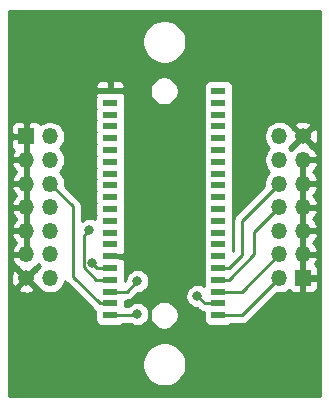
<source format=gbr>
%TF.GenerationSoftware,KiCad,Pcbnew,(5.1.6-0-10_14)*%
%TF.CreationDate,2020-12-10T12:41:56-07:00*%
%TF.ProjectId,DX7-JTAG,4458372d-4a54-4414-972e-6b696361645f,rev?*%
%TF.SameCoordinates,Original*%
%TF.FileFunction,Copper,L2,Bot*%
%TF.FilePolarity,Positive*%
%FSLAX46Y46*%
G04 Gerber Fmt 4.6, Leading zero omitted, Abs format (unit mm)*
G04 Created by KiCad (PCBNEW (5.1.6-0-10_14)) date 2020-12-10 12:41:56*
%MOMM*%
%LPD*%
G01*
G04 APERTURE LIST*
%TA.AperFunction,ComponentPad*%
%ADD10C,1.350000*%
%TD*%
%TA.AperFunction,ComponentPad*%
%ADD11O,1.350000X1.350000*%
%TD*%
%TA.AperFunction,ComponentPad*%
%ADD12R,1.350000X1.350000*%
%TD*%
%TA.AperFunction,SMDPad,CuDef*%
%ADD13R,1.260000X0.610000*%
%TD*%
%TA.AperFunction,ViaPad*%
%ADD14C,0.800000*%
%TD*%
%TA.AperFunction,Conductor*%
%ADD15C,0.250000*%
%TD*%
G04 APERTURE END LIST*
D10*
%TO.P,LCMXO2 JTAG,13*%
%TO.N,GND*%
X50350000Y-32950000D03*
D11*
%TO.P,LCMXO2 JTAG,14*%
%TO.N,Net-(J3-Pad14)*%
X48350000Y-32950000D03*
%TO.P,LCMXO2 JTAG,11*%
%TO.N,GND*%
X50350000Y-34950000D03*
%TO.P,LCMXO2 JTAG,12*%
%TO.N,Net-(J3-Pad12)*%
X48350000Y-34950000D03*
%TO.P,LCMXO2 JTAG,9*%
%TO.N,GND*%
X50350000Y-36950000D03*
%TO.P,LCMXO2 JTAG,10*%
%TO.N,/LTDI*%
X48350000Y-36950000D03*
%TO.P,LCMXO2 JTAG,7*%
%TO.N,GND*%
X50350000Y-38950000D03*
%TO.P,LCMXO2 JTAG,8*%
%TO.N,/LTDO*%
X48350000Y-38950000D03*
%TO.P,LCMXO2 JTAG,5*%
%TO.N,GND*%
X50350000Y-40950000D03*
%TO.P,LCMXO2 JTAG,6*%
%TO.N,/LTCK*%
X48350000Y-40950000D03*
%TO.P,LCMXO2 JTAG,3*%
%TO.N,GND*%
X50350000Y-42950000D03*
%TO.P,LCMXO2 JTAG,4*%
%TO.N,/LTMS*%
X48350000Y-42950000D03*
D12*
%TO.P,LCMXO2 JTAG,1*%
%TO.N,GND*%
X50350000Y-44950000D03*
D11*
%TO.P,LCMXO2 JTAG,2*%
%TO.N,/LVREF*%
X48350000Y-44950000D03*
%TD*%
D10*
%TO.P,XC7K70T JTAG,13*%
%TO.N,GND*%
X26924000Y-44958000D03*
D11*
%TO.P,XC7K70T JTAG,14*%
%TO.N,Net-(J1-Pad14)*%
X28924000Y-44958000D03*
%TO.P,XC7K70T JTAG,11*%
%TO.N,GND*%
X26924000Y-42958000D03*
%TO.P,XC7K70T JTAG,12*%
%TO.N,Net-(J1-Pad12)*%
X28924000Y-42958000D03*
%TO.P,XC7K70T JTAG,9*%
%TO.N,GND*%
X26924000Y-40958000D03*
%TO.P,XC7K70T JTAG,10*%
%TO.N,/KTDI*%
X28924000Y-40958000D03*
%TO.P,XC7K70T JTAG,7*%
%TO.N,GND*%
X26924000Y-38958000D03*
%TO.P,XC7K70T JTAG,8*%
%TO.N,/KTDO*%
X28924000Y-38958000D03*
%TO.P,XC7K70T JTAG,5*%
%TO.N,GND*%
X26924000Y-36958000D03*
%TO.P,XC7K70T JTAG,6*%
%TO.N,/KTCK*%
X28924000Y-36958000D03*
%TO.P,XC7K70T JTAG,3*%
%TO.N,GND*%
X26924000Y-34958000D03*
%TO.P,XC7K70T JTAG,4*%
%TO.N,/KTMS*%
X28924000Y-34958000D03*
D12*
%TO.P,XC7K70T JTAG,1*%
%TO.N,GND*%
X26924000Y-32958000D03*
D11*
%TO.P,XC7K70T JTAG,2*%
%TO.N,/KVREF*%
X28924000Y-32958000D03*
%TD*%
D13*
%TO.P,J2,6*%
%TO.N,/KTMS*%
X34018000Y-46108000D03*
%TO.P,J2,4*%
%TO.N,/KTCK*%
X34018000Y-47108000D03*
%TO.P,J2,2*%
%TO.N,/KVREF*%
X34018000Y-48108000D03*
%TO.P,J2,8*%
%TO.N,/KTDO*%
X34018000Y-45108000D03*
%TO.P,J2,10*%
%TO.N,/KTDI*%
X34018000Y-44108000D03*
%TO.P,J2,5*%
%TO.N,/LTMS*%
X43198000Y-46108000D03*
%TO.P,J2,3*%
%TO.N,/LTCK*%
X43198000Y-47108000D03*
%TO.P,J2,1*%
%TO.N,/LVREF*%
X43198000Y-48108000D03*
%TO.P,J2,7*%
%TO.N,/LTDO*%
X43198000Y-45108000D03*
%TO.P,J2,9*%
%TO.N,/LTDI*%
X43198000Y-44108000D03*
%TO.P,J2,11*%
%TO.N,Net-(J2-Pad11)*%
X43198000Y-43108000D03*
%TO.P,J2,12*%
%TO.N,GND*%
X34018000Y-43108000D03*
%TO.P,J2,13*%
%TO.N,Net-(J2-Pad13)*%
X43198000Y-42108000D03*
%TO.P,J2,14*%
%TO.N,Net-(J2-Pad14)*%
X34018000Y-42108000D03*
%TO.P,J2,15*%
%TO.N,Net-(J2-Pad15)*%
X43198000Y-41108000D03*
%TO.P,J2,16*%
%TO.N,Net-(J2-Pad16)*%
X34018000Y-41108000D03*
%TO.P,J2,17*%
%TO.N,Net-(J2-Pad17)*%
X43198000Y-40108000D03*
%TO.P,J2,18*%
%TO.N,Net-(J2-Pad18)*%
X34018000Y-40108000D03*
%TO.P,J2,19*%
%TO.N,Net-(J2-Pad19)*%
X43198000Y-39108000D03*
%TO.P,J2,20*%
%TO.N,Net-(J2-Pad20)*%
X34018000Y-39108000D03*
%TO.P,J2,21*%
%TO.N,Net-(J2-Pad21)*%
X43198000Y-38108000D03*
%TO.P,J2,22*%
%TO.N,Net-(J2-Pad22)*%
X34018000Y-38108000D03*
%TO.P,J2,23*%
%TO.N,Net-(J2-Pad23)*%
X43198000Y-37108000D03*
%TO.P,J2,24*%
%TO.N,Net-(J2-Pad24)*%
X34018000Y-37108000D03*
%TO.P,J2,25*%
%TO.N,Net-(J2-Pad25)*%
X43198000Y-36108000D03*
%TO.P,J2,26*%
%TO.N,Net-(J2-Pad26)*%
X34018000Y-36108000D03*
%TO.P,J2,27*%
%TO.N,Net-(J2-Pad27)*%
X43198000Y-35108000D03*
%TO.P,J2,28*%
%TO.N,Net-(J2-Pad28)*%
X34018000Y-35108000D03*
%TO.P,J2,29*%
%TO.N,Net-(J2-Pad29)*%
X43198000Y-34108000D03*
%TO.P,J2,30*%
%TO.N,Net-(J2-Pad30)*%
X34018000Y-34108000D03*
%TO.P,J2,31*%
%TO.N,Net-(J2-Pad31)*%
X43198000Y-33108000D03*
%TO.P,J2,32*%
%TO.N,Net-(J2-Pad32)*%
X34018000Y-33108000D03*
%TO.P,J2,33*%
%TO.N,Net-(J2-Pad33)*%
X43198000Y-32108000D03*
%TO.P,J2,34*%
%TO.N,Net-(J2-Pad34)*%
X34018000Y-32108000D03*
%TO.P,J2,35*%
%TO.N,Net-(J2-Pad35)*%
X43198000Y-31108000D03*
%TO.P,J2,36*%
%TO.N,Net-(J2-Pad36)*%
X34018000Y-31108000D03*
%TO.P,J2,37*%
%TO.N,Net-(J2-Pad37)*%
X43198000Y-30108000D03*
%TO.P,J2,38*%
%TO.N,Net-(J2-Pad38)*%
X34018000Y-30108000D03*
%TO.P,J2,39*%
%TO.N,Net-(J2-Pad39)*%
X43198000Y-29108000D03*
%TO.P,J2,40*%
%TO.N,GND*%
X34018000Y-29108000D03*
%TD*%
D14*
%TO.N,/KTDI*%
X32512000Y-43688000D03*
%TO.N,/KTDO*%
X32258000Y-40894000D03*
%TO.N,/KTMS*%
X36322000Y-45212000D03*
%TO.N,/KVREF*%
X36322000Y-48006000D03*
%TO.N,/LTCK*%
X41402000Y-46482000D03*
%TD*%
D15*
%TO.N,/KTDI*%
X32932000Y-44108000D02*
X34018000Y-44108000D01*
X32512000Y-43688000D02*
X32932000Y-44108000D01*
%TO.N,/KTDO*%
X31786999Y-41365001D02*
X31786999Y-44036001D01*
X32258000Y-40894000D02*
X31786999Y-41365001D01*
X31786999Y-44036001D02*
X32858998Y-45108000D01*
X32858998Y-45108000D02*
X34018000Y-45108000D01*
%TO.N,/KTCK*%
X33138000Y-47108000D02*
X34018000Y-47108000D01*
X28924000Y-36958000D02*
X30862000Y-38896000D01*
X30862000Y-38896000D02*
X30862000Y-44832000D01*
X30862000Y-44832000D02*
X33138000Y-47108000D01*
%TO.N,/KTMS*%
X35426000Y-46108000D02*
X36322000Y-45212000D01*
X34018000Y-46108000D02*
X35426000Y-46108000D01*
%TO.N,/KVREF*%
X36220000Y-48108000D02*
X36322000Y-48006000D01*
X34018000Y-48108000D02*
X36220000Y-48108000D01*
%TO.N,/LTDI*%
X48350000Y-36950000D02*
X45212000Y-40088000D01*
X44078000Y-44108000D02*
X43198000Y-44108000D01*
X45212000Y-42974000D02*
X44078000Y-44108000D01*
X45212000Y-40088000D02*
X45212000Y-42974000D01*
%TO.N,/LTDO*%
X48350000Y-38950000D02*
X46228000Y-41072000D01*
X44078000Y-45108000D02*
X43198000Y-45108000D01*
X46228000Y-42958000D02*
X44078000Y-45108000D01*
X46228000Y-41072000D02*
X46228000Y-42958000D01*
%TO.N,/LTCK*%
X42028000Y-47108000D02*
X43198000Y-47108000D01*
X41402000Y-46482000D02*
X42028000Y-47108000D01*
%TO.N,/LTMS*%
X45192000Y-46108000D02*
X43198000Y-46108000D01*
X48350000Y-42950000D02*
X45192000Y-46108000D01*
%TO.N,/LVREF*%
X45192000Y-48108000D02*
X43198000Y-48108000D01*
X48350000Y-44950000D02*
X45192000Y-48108000D01*
%TD*%
%TO.N,GND*%
G36*
X51775001Y-54926000D02*
G01*
X25489000Y-54926000D01*
X25489000Y-52073329D01*
X36733000Y-52073329D01*
X36733000Y-52442671D01*
X36805056Y-52804917D01*
X36946397Y-53146145D01*
X37151593Y-53453243D01*
X37412757Y-53714407D01*
X37719855Y-53919603D01*
X38061083Y-54060944D01*
X38423329Y-54133000D01*
X38792671Y-54133000D01*
X39154917Y-54060944D01*
X39496145Y-53919603D01*
X39803243Y-53714407D01*
X40064407Y-53453243D01*
X40269603Y-53146145D01*
X40410944Y-52804917D01*
X40483000Y-52442671D01*
X40483000Y-52073329D01*
X40410944Y-51711083D01*
X40269603Y-51369855D01*
X40064407Y-51062757D01*
X39803243Y-50801593D01*
X39496145Y-50596397D01*
X39154917Y-50455056D01*
X38792671Y-50383000D01*
X38423329Y-50383000D01*
X38061083Y-50455056D01*
X37719855Y-50596397D01*
X37412757Y-50801593D01*
X37151593Y-51062757D01*
X36946397Y-51369855D01*
X36805056Y-51711083D01*
X36733000Y-52073329D01*
X25489000Y-52073329D01*
X25489000Y-45861583D01*
X26202851Y-45861583D01*
X26259549Y-46092005D01*
X26493550Y-46199844D01*
X26744093Y-46259958D01*
X27001550Y-46270039D01*
X27256026Y-46229700D01*
X27497742Y-46140489D01*
X27588451Y-46092005D01*
X27645149Y-45861583D01*
X26924000Y-45140434D01*
X26202851Y-45861583D01*
X25489000Y-45861583D01*
X25489000Y-45035550D01*
X25611961Y-45035550D01*
X25652300Y-45290026D01*
X25741511Y-45531742D01*
X25789995Y-45622451D01*
X26020417Y-45679149D01*
X26741566Y-44958000D01*
X26020417Y-44236851D01*
X25789995Y-44293549D01*
X25682156Y-44527550D01*
X25622042Y-44778093D01*
X25611961Y-45035550D01*
X25489000Y-45035550D01*
X25489000Y-43289030D01*
X25658582Y-43289030D01*
X25687928Y-43385789D01*
X25795136Y-43618715D01*
X25945726Y-43826250D01*
X26133911Y-44000419D01*
X26205351Y-44044257D01*
X26202851Y-44054417D01*
X26924000Y-44775566D01*
X27645149Y-44054417D01*
X27642649Y-44044257D01*
X27714089Y-44000419D01*
X27902274Y-43826250D01*
X27923929Y-43796407D01*
X28085522Y-43958000D01*
X27914224Y-44129298D01*
X27840273Y-44239974D01*
X27827583Y-44236851D01*
X27106434Y-44958000D01*
X27827583Y-45679149D01*
X27840273Y-45676026D01*
X27914224Y-45786702D01*
X28095298Y-45967776D01*
X28308219Y-46110045D01*
X28544804Y-46208042D01*
X28795961Y-46258000D01*
X29052039Y-46258000D01*
X29303196Y-46208042D01*
X29539781Y-46110045D01*
X29752702Y-45967776D01*
X29933776Y-45786702D01*
X30076045Y-45573781D01*
X30174042Y-45337196D01*
X30203218Y-45190518D01*
X30235382Y-45250693D01*
X30267662Y-45290026D01*
X30305624Y-45336283D01*
X30305627Y-45336286D01*
X30329106Y-45364895D01*
X30357715Y-45388374D01*
X32581626Y-47612286D01*
X32605105Y-47640895D01*
X32719307Y-47734619D01*
X32764340Y-47758690D01*
X32759976Y-47803000D01*
X32759976Y-48413000D01*
X32772043Y-48535521D01*
X32807781Y-48653334D01*
X32865817Y-48761911D01*
X32943920Y-48857080D01*
X33039089Y-48935183D01*
X33147666Y-48993219D01*
X33265479Y-49028957D01*
X33388000Y-49041024D01*
X34648000Y-49041024D01*
X34770521Y-49028957D01*
X34888334Y-48993219D01*
X34996911Y-48935183D01*
X35090959Y-48858000D01*
X35752155Y-48858000D01*
X35836480Y-48914344D01*
X36023018Y-48991610D01*
X36221046Y-49031000D01*
X36422954Y-49031000D01*
X36620982Y-48991610D01*
X36807520Y-48914344D01*
X36975400Y-48802170D01*
X37118170Y-48659400D01*
X37230344Y-48491520D01*
X37307610Y-48304982D01*
X37347000Y-48106954D01*
X37347000Y-47987840D01*
X37388000Y-47987840D01*
X37388000Y-48228160D01*
X37434884Y-48463861D01*
X37526850Y-48685887D01*
X37660364Y-48885705D01*
X37830295Y-49055636D01*
X38030113Y-49189150D01*
X38252139Y-49281116D01*
X38487840Y-49328000D01*
X38728160Y-49328000D01*
X38963861Y-49281116D01*
X39185887Y-49189150D01*
X39385705Y-49055636D01*
X39555636Y-48885705D01*
X39689150Y-48685887D01*
X39781116Y-48463861D01*
X39828000Y-48228160D01*
X39828000Y-47987840D01*
X39781116Y-47752139D01*
X39689150Y-47530113D01*
X39555636Y-47330295D01*
X39385705Y-47160364D01*
X39185887Y-47026850D01*
X38963861Y-46934884D01*
X38728160Y-46888000D01*
X38487840Y-46888000D01*
X38252139Y-46934884D01*
X38030113Y-47026850D01*
X37830295Y-47160364D01*
X37660364Y-47330295D01*
X37526850Y-47530113D01*
X37434884Y-47752139D01*
X37388000Y-47987840D01*
X37347000Y-47987840D01*
X37347000Y-47905046D01*
X37307610Y-47707018D01*
X37230344Y-47520480D01*
X37118170Y-47352600D01*
X36975400Y-47209830D01*
X36807520Y-47097656D01*
X36620982Y-47020390D01*
X36422954Y-46981000D01*
X36221046Y-46981000D01*
X36023018Y-47020390D01*
X35836480Y-47097656D01*
X35668600Y-47209830D01*
X35525830Y-47352600D01*
X35522222Y-47358000D01*
X35276024Y-47358000D01*
X35276024Y-46858000D01*
X35389173Y-46858000D01*
X35426000Y-46861627D01*
X35462827Y-46858000D01*
X35462835Y-46858000D01*
X35573026Y-46847147D01*
X35714401Y-46804261D01*
X35844693Y-46734619D01*
X35958895Y-46640895D01*
X35982378Y-46612281D01*
X36213613Y-46381046D01*
X40377000Y-46381046D01*
X40377000Y-46582954D01*
X40416390Y-46780982D01*
X40493656Y-46967520D01*
X40605830Y-47135400D01*
X40748600Y-47278170D01*
X40916480Y-47390344D01*
X41103018Y-47467610D01*
X41301046Y-47507000D01*
X41366340Y-47507000D01*
X41471626Y-47612286D01*
X41495105Y-47640895D01*
X41523714Y-47664374D01*
X41523716Y-47664376D01*
X41554096Y-47689308D01*
X41609307Y-47734619D01*
X41739599Y-47804261D01*
X41880974Y-47847147D01*
X41939976Y-47852958D01*
X41939976Y-48413000D01*
X41952043Y-48535521D01*
X41987781Y-48653334D01*
X42045817Y-48761911D01*
X42123920Y-48857080D01*
X42219089Y-48935183D01*
X42327666Y-48993219D01*
X42445479Y-49028957D01*
X42568000Y-49041024D01*
X43828000Y-49041024D01*
X43950521Y-49028957D01*
X44068334Y-48993219D01*
X44176911Y-48935183D01*
X44270959Y-48858000D01*
X45155173Y-48858000D01*
X45192000Y-48861627D01*
X45228827Y-48858000D01*
X45228835Y-48858000D01*
X45339026Y-48847147D01*
X45480401Y-48804261D01*
X45610693Y-48734619D01*
X45724895Y-48640895D01*
X45748378Y-48612281D01*
X48129126Y-46231534D01*
X48221961Y-46250000D01*
X48478039Y-46250000D01*
X48729196Y-46200042D01*
X48965781Y-46102045D01*
X49147808Y-45980419D01*
X49225236Y-46074764D01*
X49321622Y-46153867D01*
X49431589Y-46212646D01*
X49550910Y-46248841D01*
X49675000Y-46261063D01*
X50062750Y-46258000D01*
X50221000Y-46099750D01*
X50221000Y-45079000D01*
X50479000Y-45079000D01*
X50479000Y-46099750D01*
X50637250Y-46258000D01*
X51025000Y-46261063D01*
X51149090Y-46248841D01*
X51268411Y-46212646D01*
X51378378Y-46153867D01*
X51474764Y-46074764D01*
X51553867Y-45978378D01*
X51612646Y-45868411D01*
X51648841Y-45749090D01*
X51661063Y-45625000D01*
X51658000Y-45237250D01*
X51499750Y-45079000D01*
X50479000Y-45079000D01*
X50221000Y-45079000D01*
X50201000Y-45079000D01*
X50201000Y-44821000D01*
X50221000Y-44821000D01*
X50221000Y-43079000D01*
X50479000Y-43079000D01*
X50479000Y-44821000D01*
X51499750Y-44821000D01*
X51658000Y-44662750D01*
X51661063Y-44275000D01*
X51648841Y-44150910D01*
X51612646Y-44031589D01*
X51553867Y-43921622D01*
X51474764Y-43825236D01*
X51379773Y-43747277D01*
X51478864Y-43610715D01*
X51586072Y-43377789D01*
X51615418Y-43281030D01*
X51492490Y-43079000D01*
X50479000Y-43079000D01*
X50221000Y-43079000D01*
X50201000Y-43079000D01*
X50201000Y-42821000D01*
X50221000Y-42821000D01*
X50221000Y-41079000D01*
X50479000Y-41079000D01*
X50479000Y-42821000D01*
X51492490Y-42821000D01*
X51615418Y-42618970D01*
X51586072Y-42522211D01*
X51478864Y-42289285D01*
X51328274Y-42081750D01*
X51185922Y-41950000D01*
X51328274Y-41818250D01*
X51478864Y-41610715D01*
X51586072Y-41377789D01*
X51615418Y-41281030D01*
X51492490Y-41079000D01*
X50479000Y-41079000D01*
X50221000Y-41079000D01*
X50201000Y-41079000D01*
X50201000Y-40821000D01*
X50221000Y-40821000D01*
X50221000Y-39079000D01*
X50479000Y-39079000D01*
X50479000Y-40821000D01*
X51492490Y-40821000D01*
X51615418Y-40618970D01*
X51586072Y-40522211D01*
X51478864Y-40289285D01*
X51328274Y-40081750D01*
X51185922Y-39950000D01*
X51328274Y-39818250D01*
X51478864Y-39610715D01*
X51586072Y-39377789D01*
X51615418Y-39281030D01*
X51492490Y-39079000D01*
X50479000Y-39079000D01*
X50221000Y-39079000D01*
X50201000Y-39079000D01*
X50201000Y-38821000D01*
X50221000Y-38821000D01*
X50221000Y-37079000D01*
X50479000Y-37079000D01*
X50479000Y-38821000D01*
X51492490Y-38821000D01*
X51615418Y-38618970D01*
X51586072Y-38522211D01*
X51478864Y-38289285D01*
X51328274Y-38081750D01*
X51185922Y-37950000D01*
X51328274Y-37818250D01*
X51478864Y-37610715D01*
X51586072Y-37377789D01*
X51615418Y-37281030D01*
X51492490Y-37079000D01*
X50479000Y-37079000D01*
X50221000Y-37079000D01*
X50201000Y-37079000D01*
X50201000Y-36821000D01*
X50221000Y-36821000D01*
X50221000Y-35079000D01*
X50479000Y-35079000D01*
X50479000Y-36821000D01*
X51492490Y-36821000D01*
X51615418Y-36618970D01*
X51586072Y-36522211D01*
X51478864Y-36289285D01*
X51328274Y-36081750D01*
X51185922Y-35950000D01*
X51328274Y-35818250D01*
X51478864Y-35610715D01*
X51586072Y-35377789D01*
X51615418Y-35281030D01*
X51492490Y-35079000D01*
X50479000Y-35079000D01*
X50221000Y-35079000D01*
X50201000Y-35079000D01*
X50201000Y-34821000D01*
X50221000Y-34821000D01*
X50221000Y-34801000D01*
X50479000Y-34801000D01*
X50479000Y-34821000D01*
X51492490Y-34821000D01*
X51615418Y-34618970D01*
X51586072Y-34522211D01*
X51478864Y-34289285D01*
X51328274Y-34081750D01*
X51140089Y-33907581D01*
X51068649Y-33863743D01*
X51071149Y-33853583D01*
X50350000Y-33132434D01*
X49628851Y-33853583D01*
X49631351Y-33863743D01*
X49559911Y-33907581D01*
X49371726Y-34081750D01*
X49350071Y-34111593D01*
X49188478Y-33950000D01*
X49359776Y-33778702D01*
X49433727Y-33668026D01*
X49446417Y-33671149D01*
X50167566Y-32950000D01*
X50532434Y-32950000D01*
X51253583Y-33671149D01*
X51484005Y-33614451D01*
X51591844Y-33380450D01*
X51651958Y-33129907D01*
X51662039Y-32872450D01*
X51621700Y-32617974D01*
X51532489Y-32376258D01*
X51484005Y-32285549D01*
X51253583Y-32228851D01*
X50532434Y-32950000D01*
X50167566Y-32950000D01*
X49446417Y-32228851D01*
X49433727Y-32231974D01*
X49359776Y-32121298D01*
X49284895Y-32046417D01*
X49628851Y-32046417D01*
X50350000Y-32767566D01*
X51071149Y-32046417D01*
X51014451Y-31815995D01*
X50780450Y-31708156D01*
X50529907Y-31648042D01*
X50272450Y-31637961D01*
X50017974Y-31678300D01*
X49776258Y-31767511D01*
X49685549Y-31815995D01*
X49628851Y-32046417D01*
X49284895Y-32046417D01*
X49178702Y-31940224D01*
X48965781Y-31797955D01*
X48729196Y-31699958D01*
X48478039Y-31650000D01*
X48221961Y-31650000D01*
X47970804Y-31699958D01*
X47734219Y-31797955D01*
X47521298Y-31940224D01*
X47340224Y-32121298D01*
X47197955Y-32334219D01*
X47099958Y-32570804D01*
X47050000Y-32821961D01*
X47050000Y-33078039D01*
X47099958Y-33329196D01*
X47197955Y-33565781D01*
X47340224Y-33778702D01*
X47511522Y-33950000D01*
X47340224Y-34121298D01*
X47197955Y-34334219D01*
X47099958Y-34570804D01*
X47050000Y-34821961D01*
X47050000Y-35078039D01*
X47099958Y-35329196D01*
X47197955Y-35565781D01*
X47340224Y-35778702D01*
X47511522Y-35950000D01*
X47340224Y-36121298D01*
X47197955Y-36334219D01*
X47099958Y-36570804D01*
X47050000Y-36821961D01*
X47050000Y-37078039D01*
X47068466Y-37170874D01*
X44707720Y-39531621D01*
X44679105Y-39555105D01*
X44585381Y-39669308D01*
X44515739Y-39799600D01*
X44472853Y-39940975D01*
X44462000Y-40051166D01*
X44462000Y-40051173D01*
X44458373Y-40088000D01*
X44462000Y-40124828D01*
X44462001Y-42663339D01*
X44444038Y-42681302D01*
X44443957Y-42680479D01*
X44421971Y-42608000D01*
X44443957Y-42535521D01*
X44456024Y-42413000D01*
X44456024Y-41803000D01*
X44443957Y-41680479D01*
X44421971Y-41608000D01*
X44443957Y-41535521D01*
X44456024Y-41413000D01*
X44456024Y-40803000D01*
X44443957Y-40680479D01*
X44421971Y-40608000D01*
X44443957Y-40535521D01*
X44456024Y-40413000D01*
X44456024Y-39803000D01*
X44443957Y-39680479D01*
X44421971Y-39608000D01*
X44443957Y-39535521D01*
X44456024Y-39413000D01*
X44456024Y-38803000D01*
X44443957Y-38680479D01*
X44421971Y-38608000D01*
X44443957Y-38535521D01*
X44456024Y-38413000D01*
X44456024Y-37803000D01*
X44443957Y-37680479D01*
X44421971Y-37608000D01*
X44443957Y-37535521D01*
X44456024Y-37413000D01*
X44456024Y-36803000D01*
X44443957Y-36680479D01*
X44421971Y-36608000D01*
X44443957Y-36535521D01*
X44456024Y-36413000D01*
X44456024Y-35803000D01*
X44443957Y-35680479D01*
X44421971Y-35608000D01*
X44443957Y-35535521D01*
X44456024Y-35413000D01*
X44456024Y-34803000D01*
X44443957Y-34680479D01*
X44421971Y-34608000D01*
X44443957Y-34535521D01*
X44456024Y-34413000D01*
X44456024Y-33803000D01*
X44443957Y-33680479D01*
X44421971Y-33608000D01*
X44443957Y-33535521D01*
X44456024Y-33413000D01*
X44456024Y-32803000D01*
X44443957Y-32680479D01*
X44421971Y-32608000D01*
X44443957Y-32535521D01*
X44456024Y-32413000D01*
X44456024Y-31803000D01*
X44443957Y-31680479D01*
X44421971Y-31608000D01*
X44443957Y-31535521D01*
X44456024Y-31413000D01*
X44456024Y-30803000D01*
X44443957Y-30680479D01*
X44421971Y-30608000D01*
X44443957Y-30535521D01*
X44456024Y-30413000D01*
X44456024Y-29803000D01*
X44443957Y-29680479D01*
X44421971Y-29608000D01*
X44443957Y-29535521D01*
X44456024Y-29413000D01*
X44456024Y-28803000D01*
X44443957Y-28680479D01*
X44408219Y-28562666D01*
X44350183Y-28454089D01*
X44272080Y-28358920D01*
X44176911Y-28280817D01*
X44068334Y-28222781D01*
X43950521Y-28187043D01*
X43828000Y-28174976D01*
X42568000Y-28174976D01*
X42445479Y-28187043D01*
X42327666Y-28222781D01*
X42219089Y-28280817D01*
X42123920Y-28358920D01*
X42045817Y-28454089D01*
X41987781Y-28562666D01*
X41952043Y-28680479D01*
X41939976Y-28803000D01*
X41939976Y-29413000D01*
X41952043Y-29535521D01*
X41974029Y-29608000D01*
X41952043Y-29680479D01*
X41939976Y-29803000D01*
X41939976Y-30413000D01*
X41952043Y-30535521D01*
X41974029Y-30608000D01*
X41952043Y-30680479D01*
X41939976Y-30803000D01*
X41939976Y-31413000D01*
X41952043Y-31535521D01*
X41974029Y-31608000D01*
X41952043Y-31680479D01*
X41939976Y-31803000D01*
X41939976Y-32413000D01*
X41952043Y-32535521D01*
X41974029Y-32608000D01*
X41952043Y-32680479D01*
X41939976Y-32803000D01*
X41939976Y-33413000D01*
X41952043Y-33535521D01*
X41974029Y-33608000D01*
X41952043Y-33680479D01*
X41939976Y-33803000D01*
X41939976Y-34413000D01*
X41952043Y-34535521D01*
X41974029Y-34608000D01*
X41952043Y-34680479D01*
X41939976Y-34803000D01*
X41939976Y-35413000D01*
X41952043Y-35535521D01*
X41974029Y-35608000D01*
X41952043Y-35680479D01*
X41939976Y-35803000D01*
X41939976Y-36413000D01*
X41952043Y-36535521D01*
X41974029Y-36608000D01*
X41952043Y-36680479D01*
X41939976Y-36803000D01*
X41939976Y-37413000D01*
X41952043Y-37535521D01*
X41974029Y-37608000D01*
X41952043Y-37680479D01*
X41939976Y-37803000D01*
X41939976Y-38413000D01*
X41952043Y-38535521D01*
X41974029Y-38608000D01*
X41952043Y-38680479D01*
X41939976Y-38803000D01*
X41939976Y-39413000D01*
X41952043Y-39535521D01*
X41974029Y-39608000D01*
X41952043Y-39680479D01*
X41939976Y-39803000D01*
X41939976Y-40413000D01*
X41952043Y-40535521D01*
X41974029Y-40608000D01*
X41952043Y-40680479D01*
X41939976Y-40803000D01*
X41939976Y-41413000D01*
X41952043Y-41535521D01*
X41974029Y-41608000D01*
X41952043Y-41680479D01*
X41939976Y-41803000D01*
X41939976Y-42413000D01*
X41952043Y-42535521D01*
X41974029Y-42608000D01*
X41952043Y-42680479D01*
X41939976Y-42803000D01*
X41939976Y-43413000D01*
X41952043Y-43535521D01*
X41974029Y-43608000D01*
X41952043Y-43680479D01*
X41939976Y-43803000D01*
X41939976Y-44413000D01*
X41952043Y-44535521D01*
X41974029Y-44608000D01*
X41952043Y-44680479D01*
X41939976Y-44803000D01*
X41939976Y-45413000D01*
X41952043Y-45535521D01*
X41974029Y-45608000D01*
X41968112Y-45627506D01*
X41887520Y-45573656D01*
X41700982Y-45496390D01*
X41502954Y-45457000D01*
X41301046Y-45457000D01*
X41103018Y-45496390D01*
X40916480Y-45573656D01*
X40748600Y-45685830D01*
X40605830Y-45828600D01*
X40493656Y-45996480D01*
X40416390Y-46183018D01*
X40377000Y-46381046D01*
X36213613Y-46381046D01*
X36357660Y-46237000D01*
X36422954Y-46237000D01*
X36620982Y-46197610D01*
X36807520Y-46120344D01*
X36975400Y-46008170D01*
X37118170Y-45865400D01*
X37230344Y-45697520D01*
X37307610Y-45510982D01*
X37347000Y-45312954D01*
X37347000Y-45111046D01*
X37307610Y-44913018D01*
X37230344Y-44726480D01*
X37118170Y-44558600D01*
X36975400Y-44415830D01*
X36807520Y-44303656D01*
X36620982Y-44226390D01*
X36422954Y-44187000D01*
X36221046Y-44187000D01*
X36023018Y-44226390D01*
X35836480Y-44303656D01*
X35668600Y-44415830D01*
X35525830Y-44558600D01*
X35413656Y-44726480D01*
X35336390Y-44913018D01*
X35297000Y-45111046D01*
X35297000Y-45176340D01*
X35276024Y-45197316D01*
X35276024Y-44803000D01*
X35263957Y-44680479D01*
X35241971Y-44608000D01*
X35263957Y-44535521D01*
X35276024Y-44413000D01*
X35276024Y-43803000D01*
X35263957Y-43680479D01*
X35246151Y-43621780D01*
X35271841Y-43537090D01*
X35284063Y-43413000D01*
X35281000Y-43395250D01*
X35122750Y-43237000D01*
X34914936Y-43237000D01*
X34888334Y-43222781D01*
X34770521Y-43187043D01*
X34648000Y-43174976D01*
X33869000Y-43174976D01*
X33869000Y-43041024D01*
X34648000Y-43041024D01*
X34770521Y-43028957D01*
X34888334Y-42993219D01*
X34914936Y-42979000D01*
X35122750Y-42979000D01*
X35281000Y-42820750D01*
X35284063Y-42803000D01*
X35271841Y-42678910D01*
X35246151Y-42594220D01*
X35263957Y-42535521D01*
X35276024Y-42413000D01*
X35276024Y-41803000D01*
X35263957Y-41680479D01*
X35241971Y-41608000D01*
X35263957Y-41535521D01*
X35276024Y-41413000D01*
X35276024Y-40803000D01*
X35263957Y-40680479D01*
X35241971Y-40608000D01*
X35263957Y-40535521D01*
X35276024Y-40413000D01*
X35276024Y-39803000D01*
X35263957Y-39680479D01*
X35241971Y-39608000D01*
X35263957Y-39535521D01*
X35276024Y-39413000D01*
X35276024Y-38803000D01*
X35263957Y-38680479D01*
X35241971Y-38608000D01*
X35263957Y-38535521D01*
X35276024Y-38413000D01*
X35276024Y-37803000D01*
X35263957Y-37680479D01*
X35241971Y-37608000D01*
X35263957Y-37535521D01*
X35276024Y-37413000D01*
X35276024Y-36803000D01*
X35263957Y-36680479D01*
X35241971Y-36608000D01*
X35263957Y-36535521D01*
X35276024Y-36413000D01*
X35276024Y-35803000D01*
X35263957Y-35680479D01*
X35241971Y-35608000D01*
X35263957Y-35535521D01*
X35276024Y-35413000D01*
X35276024Y-34803000D01*
X35263957Y-34680479D01*
X35241971Y-34608000D01*
X35263957Y-34535521D01*
X35276024Y-34413000D01*
X35276024Y-33803000D01*
X35263957Y-33680479D01*
X35241971Y-33608000D01*
X35263957Y-33535521D01*
X35276024Y-33413000D01*
X35276024Y-32803000D01*
X35263957Y-32680479D01*
X35241971Y-32608000D01*
X35263957Y-32535521D01*
X35276024Y-32413000D01*
X35276024Y-31803000D01*
X35263957Y-31680479D01*
X35241971Y-31608000D01*
X35263957Y-31535521D01*
X35276024Y-31413000D01*
X35276024Y-30803000D01*
X35263957Y-30680479D01*
X35241971Y-30608000D01*
X35263957Y-30535521D01*
X35276024Y-30413000D01*
X35276024Y-29803000D01*
X35263957Y-29680479D01*
X35246151Y-29621780D01*
X35271841Y-29537090D01*
X35284063Y-29413000D01*
X35281000Y-29395250D01*
X35122750Y-29237000D01*
X34914936Y-29237000D01*
X34888334Y-29222781D01*
X34770521Y-29187043D01*
X34648000Y-29174976D01*
X33388000Y-29174976D01*
X33265479Y-29187043D01*
X33147666Y-29222781D01*
X33121064Y-29237000D01*
X32913250Y-29237000D01*
X32755000Y-29395250D01*
X32751937Y-29413000D01*
X32764159Y-29537090D01*
X32789849Y-29621780D01*
X32772043Y-29680479D01*
X32759976Y-29803000D01*
X32759976Y-30413000D01*
X32772043Y-30535521D01*
X32794029Y-30608000D01*
X32772043Y-30680479D01*
X32759976Y-30803000D01*
X32759976Y-31413000D01*
X32772043Y-31535521D01*
X32794029Y-31608000D01*
X32772043Y-31680479D01*
X32759976Y-31803000D01*
X32759976Y-32413000D01*
X32772043Y-32535521D01*
X32794029Y-32608000D01*
X32772043Y-32680479D01*
X32759976Y-32803000D01*
X32759976Y-33413000D01*
X32772043Y-33535521D01*
X32794029Y-33608000D01*
X32772043Y-33680479D01*
X32759976Y-33803000D01*
X32759976Y-34413000D01*
X32772043Y-34535521D01*
X32794029Y-34608000D01*
X32772043Y-34680479D01*
X32759976Y-34803000D01*
X32759976Y-35413000D01*
X32772043Y-35535521D01*
X32794029Y-35608000D01*
X32772043Y-35680479D01*
X32759976Y-35803000D01*
X32759976Y-36413000D01*
X32772043Y-36535521D01*
X32794029Y-36608000D01*
X32772043Y-36680479D01*
X32759976Y-36803000D01*
X32759976Y-37413000D01*
X32772043Y-37535521D01*
X32794029Y-37608000D01*
X32772043Y-37680479D01*
X32759976Y-37803000D01*
X32759976Y-38413000D01*
X32772043Y-38535521D01*
X32794029Y-38608000D01*
X32772043Y-38680479D01*
X32759976Y-38803000D01*
X32759976Y-39413000D01*
X32772043Y-39535521D01*
X32794029Y-39608000D01*
X32772043Y-39680479D01*
X32759976Y-39803000D01*
X32759976Y-39996652D01*
X32743520Y-39985656D01*
X32556982Y-39908390D01*
X32358954Y-39869000D01*
X32157046Y-39869000D01*
X31959018Y-39908390D01*
X31772480Y-39985656D01*
X31612000Y-40092885D01*
X31612000Y-38932827D01*
X31615627Y-38896000D01*
X31612000Y-38859172D01*
X31612000Y-38859165D01*
X31601147Y-38748974D01*
X31558261Y-38607599D01*
X31488619Y-38477307D01*
X31394895Y-38363105D01*
X31366287Y-38339627D01*
X30205534Y-37178875D01*
X30224000Y-37086039D01*
X30224000Y-36829961D01*
X30174042Y-36578804D01*
X30076045Y-36342219D01*
X29933776Y-36129298D01*
X29762478Y-35958000D01*
X29933776Y-35786702D01*
X30076045Y-35573781D01*
X30174042Y-35337196D01*
X30224000Y-35086039D01*
X30224000Y-34829961D01*
X30174042Y-34578804D01*
X30076045Y-34342219D01*
X29933776Y-34129298D01*
X29762478Y-33958000D01*
X29933776Y-33786702D01*
X30076045Y-33573781D01*
X30174042Y-33337196D01*
X30224000Y-33086039D01*
X30224000Y-32829961D01*
X30174042Y-32578804D01*
X30076045Y-32342219D01*
X29933776Y-32129298D01*
X29752702Y-31948224D01*
X29539781Y-31805955D01*
X29303196Y-31707958D01*
X29052039Y-31658000D01*
X28795961Y-31658000D01*
X28544804Y-31707958D01*
X28308219Y-31805955D01*
X28126192Y-31927581D01*
X28048764Y-31833236D01*
X27952378Y-31754133D01*
X27842411Y-31695354D01*
X27723090Y-31659159D01*
X27599000Y-31646937D01*
X27211250Y-31650000D01*
X27053000Y-31808250D01*
X27053000Y-32829000D01*
X27073000Y-32829000D01*
X27073000Y-33087000D01*
X27053000Y-33087000D01*
X27053000Y-34829000D01*
X27073000Y-34829000D01*
X27073000Y-35087000D01*
X27053000Y-35087000D01*
X27053000Y-36829000D01*
X27073000Y-36829000D01*
X27073000Y-37087000D01*
X27053000Y-37087000D01*
X27053000Y-38829000D01*
X27073000Y-38829000D01*
X27073000Y-39087000D01*
X27053000Y-39087000D01*
X27053000Y-40829000D01*
X27073000Y-40829000D01*
X27073000Y-41087000D01*
X27053000Y-41087000D01*
X27053000Y-42829000D01*
X27073000Y-42829000D01*
X27073000Y-43087000D01*
X27053000Y-43087000D01*
X27053000Y-43107000D01*
X26795000Y-43107000D01*
X26795000Y-43087000D01*
X25781510Y-43087000D01*
X25658582Y-43289030D01*
X25489000Y-43289030D01*
X25489000Y-41289030D01*
X25658582Y-41289030D01*
X25687928Y-41385789D01*
X25795136Y-41618715D01*
X25945726Y-41826250D01*
X26088078Y-41958000D01*
X25945726Y-42089750D01*
X25795136Y-42297285D01*
X25687928Y-42530211D01*
X25658582Y-42626970D01*
X25781510Y-42829000D01*
X26795000Y-42829000D01*
X26795000Y-41087000D01*
X25781510Y-41087000D01*
X25658582Y-41289030D01*
X25489000Y-41289030D01*
X25489000Y-39289030D01*
X25658582Y-39289030D01*
X25687928Y-39385789D01*
X25795136Y-39618715D01*
X25945726Y-39826250D01*
X26088078Y-39958000D01*
X25945726Y-40089750D01*
X25795136Y-40297285D01*
X25687928Y-40530211D01*
X25658582Y-40626970D01*
X25781510Y-40829000D01*
X26795000Y-40829000D01*
X26795000Y-39087000D01*
X25781510Y-39087000D01*
X25658582Y-39289030D01*
X25489000Y-39289030D01*
X25489000Y-37289030D01*
X25658582Y-37289030D01*
X25687928Y-37385789D01*
X25795136Y-37618715D01*
X25945726Y-37826250D01*
X26088078Y-37958000D01*
X25945726Y-38089750D01*
X25795136Y-38297285D01*
X25687928Y-38530211D01*
X25658582Y-38626970D01*
X25781510Y-38829000D01*
X26795000Y-38829000D01*
X26795000Y-37087000D01*
X25781510Y-37087000D01*
X25658582Y-37289030D01*
X25489000Y-37289030D01*
X25489000Y-35289030D01*
X25658582Y-35289030D01*
X25687928Y-35385789D01*
X25795136Y-35618715D01*
X25945726Y-35826250D01*
X26088078Y-35958000D01*
X25945726Y-36089750D01*
X25795136Y-36297285D01*
X25687928Y-36530211D01*
X25658582Y-36626970D01*
X25781510Y-36829000D01*
X26795000Y-36829000D01*
X26795000Y-35087000D01*
X25781510Y-35087000D01*
X25658582Y-35289030D01*
X25489000Y-35289030D01*
X25489000Y-33633000D01*
X25612937Y-33633000D01*
X25625159Y-33757090D01*
X25661354Y-33876411D01*
X25720133Y-33986378D01*
X25799236Y-34082764D01*
X25894227Y-34160723D01*
X25795136Y-34297285D01*
X25687928Y-34530211D01*
X25658582Y-34626970D01*
X25781510Y-34829000D01*
X26795000Y-34829000D01*
X26795000Y-33087000D01*
X25774250Y-33087000D01*
X25616000Y-33245250D01*
X25612937Y-33633000D01*
X25489000Y-33633000D01*
X25489000Y-32283000D01*
X25612937Y-32283000D01*
X25616000Y-32670750D01*
X25774250Y-32829000D01*
X26795000Y-32829000D01*
X26795000Y-31808250D01*
X26636750Y-31650000D01*
X26249000Y-31646937D01*
X26124910Y-31659159D01*
X26005589Y-31695354D01*
X25895622Y-31754133D01*
X25799236Y-31833236D01*
X25720133Y-31929622D01*
X25661354Y-32039589D01*
X25625159Y-32158910D01*
X25612937Y-32283000D01*
X25489000Y-32283000D01*
X25489000Y-28987840D01*
X37388000Y-28987840D01*
X37388000Y-29228160D01*
X37434884Y-29463861D01*
X37526850Y-29685887D01*
X37660364Y-29885705D01*
X37830295Y-30055636D01*
X38030113Y-30189150D01*
X38252139Y-30281116D01*
X38487840Y-30328000D01*
X38728160Y-30328000D01*
X38963861Y-30281116D01*
X39185887Y-30189150D01*
X39385705Y-30055636D01*
X39555636Y-29885705D01*
X39689150Y-29685887D01*
X39781116Y-29463861D01*
X39828000Y-29228160D01*
X39828000Y-28987840D01*
X39781116Y-28752139D01*
X39689150Y-28530113D01*
X39555636Y-28330295D01*
X39385705Y-28160364D01*
X39185887Y-28026850D01*
X38963861Y-27934884D01*
X38728160Y-27888000D01*
X38487840Y-27888000D01*
X38252139Y-27934884D01*
X38030113Y-28026850D01*
X37830295Y-28160364D01*
X37660364Y-28330295D01*
X37526850Y-28530113D01*
X37434884Y-28752139D01*
X37388000Y-28987840D01*
X25489000Y-28987840D01*
X25489000Y-28803000D01*
X32751937Y-28803000D01*
X32755000Y-28820750D01*
X32913250Y-28979000D01*
X33889000Y-28979000D01*
X33889000Y-28328250D01*
X34147000Y-28328250D01*
X34147000Y-28979000D01*
X35122750Y-28979000D01*
X35281000Y-28820750D01*
X35284063Y-28803000D01*
X35271841Y-28678910D01*
X35235646Y-28559589D01*
X35176867Y-28449622D01*
X35097764Y-28353236D01*
X35001378Y-28274133D01*
X34891411Y-28215354D01*
X34772090Y-28179159D01*
X34648000Y-28166937D01*
X34305250Y-28170000D01*
X34147000Y-28328250D01*
X33889000Y-28328250D01*
X33730750Y-28170000D01*
X33388000Y-28166937D01*
X33263910Y-28179159D01*
X33144589Y-28215354D01*
X33034622Y-28274133D01*
X32938236Y-28353236D01*
X32859133Y-28449622D01*
X32800354Y-28559589D01*
X32764159Y-28678910D01*
X32751937Y-28803000D01*
X25489000Y-28803000D01*
X25489000Y-24773329D01*
X36733000Y-24773329D01*
X36733000Y-25142671D01*
X36805056Y-25504917D01*
X36946397Y-25846145D01*
X37151593Y-26153243D01*
X37412757Y-26414407D01*
X37719855Y-26619603D01*
X38061083Y-26760944D01*
X38423329Y-26833000D01*
X38792671Y-26833000D01*
X39154917Y-26760944D01*
X39496145Y-26619603D01*
X39803243Y-26414407D01*
X40064407Y-26153243D01*
X40269603Y-25846145D01*
X40410944Y-25504917D01*
X40483000Y-25142671D01*
X40483000Y-24773329D01*
X40410944Y-24411083D01*
X40269603Y-24069855D01*
X40064407Y-23762757D01*
X39803243Y-23501593D01*
X39496145Y-23296397D01*
X39154917Y-23155056D01*
X38792671Y-23083000D01*
X38423329Y-23083000D01*
X38061083Y-23155056D01*
X37719855Y-23296397D01*
X37412757Y-23501593D01*
X37151593Y-23762757D01*
X36946397Y-24069855D01*
X36805056Y-24411083D01*
X36733000Y-24773329D01*
X25489000Y-24773329D01*
X25489000Y-22325000D01*
X51775000Y-22325000D01*
X51775001Y-54926000D01*
G37*
X51775001Y-54926000D02*
X25489000Y-54926000D01*
X25489000Y-52073329D01*
X36733000Y-52073329D01*
X36733000Y-52442671D01*
X36805056Y-52804917D01*
X36946397Y-53146145D01*
X37151593Y-53453243D01*
X37412757Y-53714407D01*
X37719855Y-53919603D01*
X38061083Y-54060944D01*
X38423329Y-54133000D01*
X38792671Y-54133000D01*
X39154917Y-54060944D01*
X39496145Y-53919603D01*
X39803243Y-53714407D01*
X40064407Y-53453243D01*
X40269603Y-53146145D01*
X40410944Y-52804917D01*
X40483000Y-52442671D01*
X40483000Y-52073329D01*
X40410944Y-51711083D01*
X40269603Y-51369855D01*
X40064407Y-51062757D01*
X39803243Y-50801593D01*
X39496145Y-50596397D01*
X39154917Y-50455056D01*
X38792671Y-50383000D01*
X38423329Y-50383000D01*
X38061083Y-50455056D01*
X37719855Y-50596397D01*
X37412757Y-50801593D01*
X37151593Y-51062757D01*
X36946397Y-51369855D01*
X36805056Y-51711083D01*
X36733000Y-52073329D01*
X25489000Y-52073329D01*
X25489000Y-45861583D01*
X26202851Y-45861583D01*
X26259549Y-46092005D01*
X26493550Y-46199844D01*
X26744093Y-46259958D01*
X27001550Y-46270039D01*
X27256026Y-46229700D01*
X27497742Y-46140489D01*
X27588451Y-46092005D01*
X27645149Y-45861583D01*
X26924000Y-45140434D01*
X26202851Y-45861583D01*
X25489000Y-45861583D01*
X25489000Y-45035550D01*
X25611961Y-45035550D01*
X25652300Y-45290026D01*
X25741511Y-45531742D01*
X25789995Y-45622451D01*
X26020417Y-45679149D01*
X26741566Y-44958000D01*
X26020417Y-44236851D01*
X25789995Y-44293549D01*
X25682156Y-44527550D01*
X25622042Y-44778093D01*
X25611961Y-45035550D01*
X25489000Y-45035550D01*
X25489000Y-43289030D01*
X25658582Y-43289030D01*
X25687928Y-43385789D01*
X25795136Y-43618715D01*
X25945726Y-43826250D01*
X26133911Y-44000419D01*
X26205351Y-44044257D01*
X26202851Y-44054417D01*
X26924000Y-44775566D01*
X27645149Y-44054417D01*
X27642649Y-44044257D01*
X27714089Y-44000419D01*
X27902274Y-43826250D01*
X27923929Y-43796407D01*
X28085522Y-43958000D01*
X27914224Y-44129298D01*
X27840273Y-44239974D01*
X27827583Y-44236851D01*
X27106434Y-44958000D01*
X27827583Y-45679149D01*
X27840273Y-45676026D01*
X27914224Y-45786702D01*
X28095298Y-45967776D01*
X28308219Y-46110045D01*
X28544804Y-46208042D01*
X28795961Y-46258000D01*
X29052039Y-46258000D01*
X29303196Y-46208042D01*
X29539781Y-46110045D01*
X29752702Y-45967776D01*
X29933776Y-45786702D01*
X30076045Y-45573781D01*
X30174042Y-45337196D01*
X30203218Y-45190518D01*
X30235382Y-45250693D01*
X30267662Y-45290026D01*
X30305624Y-45336283D01*
X30305627Y-45336286D01*
X30329106Y-45364895D01*
X30357715Y-45388374D01*
X32581626Y-47612286D01*
X32605105Y-47640895D01*
X32719307Y-47734619D01*
X32764340Y-47758690D01*
X32759976Y-47803000D01*
X32759976Y-48413000D01*
X32772043Y-48535521D01*
X32807781Y-48653334D01*
X32865817Y-48761911D01*
X32943920Y-48857080D01*
X33039089Y-48935183D01*
X33147666Y-48993219D01*
X33265479Y-49028957D01*
X33388000Y-49041024D01*
X34648000Y-49041024D01*
X34770521Y-49028957D01*
X34888334Y-48993219D01*
X34996911Y-48935183D01*
X35090959Y-48858000D01*
X35752155Y-48858000D01*
X35836480Y-48914344D01*
X36023018Y-48991610D01*
X36221046Y-49031000D01*
X36422954Y-49031000D01*
X36620982Y-48991610D01*
X36807520Y-48914344D01*
X36975400Y-48802170D01*
X37118170Y-48659400D01*
X37230344Y-48491520D01*
X37307610Y-48304982D01*
X37347000Y-48106954D01*
X37347000Y-47987840D01*
X37388000Y-47987840D01*
X37388000Y-48228160D01*
X37434884Y-48463861D01*
X37526850Y-48685887D01*
X37660364Y-48885705D01*
X37830295Y-49055636D01*
X38030113Y-49189150D01*
X38252139Y-49281116D01*
X38487840Y-49328000D01*
X38728160Y-49328000D01*
X38963861Y-49281116D01*
X39185887Y-49189150D01*
X39385705Y-49055636D01*
X39555636Y-48885705D01*
X39689150Y-48685887D01*
X39781116Y-48463861D01*
X39828000Y-48228160D01*
X39828000Y-47987840D01*
X39781116Y-47752139D01*
X39689150Y-47530113D01*
X39555636Y-47330295D01*
X39385705Y-47160364D01*
X39185887Y-47026850D01*
X38963861Y-46934884D01*
X38728160Y-46888000D01*
X38487840Y-46888000D01*
X38252139Y-46934884D01*
X38030113Y-47026850D01*
X37830295Y-47160364D01*
X37660364Y-47330295D01*
X37526850Y-47530113D01*
X37434884Y-47752139D01*
X37388000Y-47987840D01*
X37347000Y-47987840D01*
X37347000Y-47905046D01*
X37307610Y-47707018D01*
X37230344Y-47520480D01*
X37118170Y-47352600D01*
X36975400Y-47209830D01*
X36807520Y-47097656D01*
X36620982Y-47020390D01*
X36422954Y-46981000D01*
X36221046Y-46981000D01*
X36023018Y-47020390D01*
X35836480Y-47097656D01*
X35668600Y-47209830D01*
X35525830Y-47352600D01*
X35522222Y-47358000D01*
X35276024Y-47358000D01*
X35276024Y-46858000D01*
X35389173Y-46858000D01*
X35426000Y-46861627D01*
X35462827Y-46858000D01*
X35462835Y-46858000D01*
X35573026Y-46847147D01*
X35714401Y-46804261D01*
X35844693Y-46734619D01*
X35958895Y-46640895D01*
X35982378Y-46612281D01*
X36213613Y-46381046D01*
X40377000Y-46381046D01*
X40377000Y-46582954D01*
X40416390Y-46780982D01*
X40493656Y-46967520D01*
X40605830Y-47135400D01*
X40748600Y-47278170D01*
X40916480Y-47390344D01*
X41103018Y-47467610D01*
X41301046Y-47507000D01*
X41366340Y-47507000D01*
X41471626Y-47612286D01*
X41495105Y-47640895D01*
X41523714Y-47664374D01*
X41523716Y-47664376D01*
X41554096Y-47689308D01*
X41609307Y-47734619D01*
X41739599Y-47804261D01*
X41880974Y-47847147D01*
X41939976Y-47852958D01*
X41939976Y-48413000D01*
X41952043Y-48535521D01*
X41987781Y-48653334D01*
X42045817Y-48761911D01*
X42123920Y-48857080D01*
X42219089Y-48935183D01*
X42327666Y-48993219D01*
X42445479Y-49028957D01*
X42568000Y-49041024D01*
X43828000Y-49041024D01*
X43950521Y-49028957D01*
X44068334Y-48993219D01*
X44176911Y-48935183D01*
X44270959Y-48858000D01*
X45155173Y-48858000D01*
X45192000Y-48861627D01*
X45228827Y-48858000D01*
X45228835Y-48858000D01*
X45339026Y-48847147D01*
X45480401Y-48804261D01*
X45610693Y-48734619D01*
X45724895Y-48640895D01*
X45748378Y-48612281D01*
X48129126Y-46231534D01*
X48221961Y-46250000D01*
X48478039Y-46250000D01*
X48729196Y-46200042D01*
X48965781Y-46102045D01*
X49147808Y-45980419D01*
X49225236Y-46074764D01*
X49321622Y-46153867D01*
X49431589Y-46212646D01*
X49550910Y-46248841D01*
X49675000Y-46261063D01*
X50062750Y-46258000D01*
X50221000Y-46099750D01*
X50221000Y-45079000D01*
X50479000Y-45079000D01*
X50479000Y-46099750D01*
X50637250Y-46258000D01*
X51025000Y-46261063D01*
X51149090Y-46248841D01*
X51268411Y-46212646D01*
X51378378Y-46153867D01*
X51474764Y-46074764D01*
X51553867Y-45978378D01*
X51612646Y-45868411D01*
X51648841Y-45749090D01*
X51661063Y-45625000D01*
X51658000Y-45237250D01*
X51499750Y-45079000D01*
X50479000Y-45079000D01*
X50221000Y-45079000D01*
X50201000Y-45079000D01*
X50201000Y-44821000D01*
X50221000Y-44821000D01*
X50221000Y-43079000D01*
X50479000Y-43079000D01*
X50479000Y-44821000D01*
X51499750Y-44821000D01*
X51658000Y-44662750D01*
X51661063Y-44275000D01*
X51648841Y-44150910D01*
X51612646Y-44031589D01*
X51553867Y-43921622D01*
X51474764Y-43825236D01*
X51379773Y-43747277D01*
X51478864Y-43610715D01*
X51586072Y-43377789D01*
X51615418Y-43281030D01*
X51492490Y-43079000D01*
X50479000Y-43079000D01*
X50221000Y-43079000D01*
X50201000Y-43079000D01*
X50201000Y-42821000D01*
X50221000Y-42821000D01*
X50221000Y-41079000D01*
X50479000Y-41079000D01*
X50479000Y-42821000D01*
X51492490Y-42821000D01*
X51615418Y-42618970D01*
X51586072Y-42522211D01*
X51478864Y-42289285D01*
X51328274Y-42081750D01*
X51185922Y-41950000D01*
X51328274Y-41818250D01*
X51478864Y-41610715D01*
X51586072Y-41377789D01*
X51615418Y-41281030D01*
X51492490Y-41079000D01*
X50479000Y-41079000D01*
X50221000Y-41079000D01*
X50201000Y-41079000D01*
X50201000Y-40821000D01*
X50221000Y-40821000D01*
X50221000Y-39079000D01*
X50479000Y-39079000D01*
X50479000Y-40821000D01*
X51492490Y-40821000D01*
X51615418Y-40618970D01*
X51586072Y-40522211D01*
X51478864Y-40289285D01*
X51328274Y-40081750D01*
X51185922Y-39950000D01*
X51328274Y-39818250D01*
X51478864Y-39610715D01*
X51586072Y-39377789D01*
X51615418Y-39281030D01*
X51492490Y-39079000D01*
X50479000Y-39079000D01*
X50221000Y-39079000D01*
X50201000Y-39079000D01*
X50201000Y-38821000D01*
X50221000Y-38821000D01*
X50221000Y-37079000D01*
X50479000Y-37079000D01*
X50479000Y-38821000D01*
X51492490Y-38821000D01*
X51615418Y-38618970D01*
X51586072Y-38522211D01*
X51478864Y-38289285D01*
X51328274Y-38081750D01*
X51185922Y-37950000D01*
X51328274Y-37818250D01*
X51478864Y-37610715D01*
X51586072Y-37377789D01*
X51615418Y-37281030D01*
X51492490Y-37079000D01*
X50479000Y-37079000D01*
X50221000Y-37079000D01*
X50201000Y-37079000D01*
X50201000Y-36821000D01*
X50221000Y-36821000D01*
X50221000Y-35079000D01*
X50479000Y-35079000D01*
X50479000Y-36821000D01*
X51492490Y-36821000D01*
X51615418Y-36618970D01*
X51586072Y-36522211D01*
X51478864Y-36289285D01*
X51328274Y-36081750D01*
X51185922Y-35950000D01*
X51328274Y-35818250D01*
X51478864Y-35610715D01*
X51586072Y-35377789D01*
X51615418Y-35281030D01*
X51492490Y-35079000D01*
X50479000Y-35079000D01*
X50221000Y-35079000D01*
X50201000Y-35079000D01*
X50201000Y-34821000D01*
X50221000Y-34821000D01*
X50221000Y-34801000D01*
X50479000Y-34801000D01*
X50479000Y-34821000D01*
X51492490Y-34821000D01*
X51615418Y-34618970D01*
X51586072Y-34522211D01*
X51478864Y-34289285D01*
X51328274Y-34081750D01*
X51140089Y-33907581D01*
X51068649Y-33863743D01*
X51071149Y-33853583D01*
X50350000Y-33132434D01*
X49628851Y-33853583D01*
X49631351Y-33863743D01*
X49559911Y-33907581D01*
X49371726Y-34081750D01*
X49350071Y-34111593D01*
X49188478Y-33950000D01*
X49359776Y-33778702D01*
X49433727Y-33668026D01*
X49446417Y-33671149D01*
X50167566Y-32950000D01*
X50532434Y-32950000D01*
X51253583Y-33671149D01*
X51484005Y-33614451D01*
X51591844Y-33380450D01*
X51651958Y-33129907D01*
X51662039Y-32872450D01*
X51621700Y-32617974D01*
X51532489Y-32376258D01*
X51484005Y-32285549D01*
X51253583Y-32228851D01*
X50532434Y-32950000D01*
X50167566Y-32950000D01*
X49446417Y-32228851D01*
X49433727Y-32231974D01*
X49359776Y-32121298D01*
X49284895Y-32046417D01*
X49628851Y-32046417D01*
X50350000Y-32767566D01*
X51071149Y-32046417D01*
X51014451Y-31815995D01*
X50780450Y-31708156D01*
X50529907Y-31648042D01*
X50272450Y-31637961D01*
X50017974Y-31678300D01*
X49776258Y-31767511D01*
X49685549Y-31815995D01*
X49628851Y-32046417D01*
X49284895Y-32046417D01*
X49178702Y-31940224D01*
X48965781Y-31797955D01*
X48729196Y-31699958D01*
X48478039Y-31650000D01*
X48221961Y-31650000D01*
X47970804Y-31699958D01*
X47734219Y-31797955D01*
X47521298Y-31940224D01*
X47340224Y-32121298D01*
X47197955Y-32334219D01*
X47099958Y-32570804D01*
X47050000Y-32821961D01*
X47050000Y-33078039D01*
X47099958Y-33329196D01*
X47197955Y-33565781D01*
X47340224Y-33778702D01*
X47511522Y-33950000D01*
X47340224Y-34121298D01*
X47197955Y-34334219D01*
X47099958Y-34570804D01*
X47050000Y-34821961D01*
X47050000Y-35078039D01*
X47099958Y-35329196D01*
X47197955Y-35565781D01*
X47340224Y-35778702D01*
X47511522Y-35950000D01*
X47340224Y-36121298D01*
X47197955Y-36334219D01*
X47099958Y-36570804D01*
X47050000Y-36821961D01*
X47050000Y-37078039D01*
X47068466Y-37170874D01*
X44707720Y-39531621D01*
X44679105Y-39555105D01*
X44585381Y-39669308D01*
X44515739Y-39799600D01*
X44472853Y-39940975D01*
X44462000Y-40051166D01*
X44462000Y-40051173D01*
X44458373Y-40088000D01*
X44462000Y-40124828D01*
X44462001Y-42663339D01*
X44444038Y-42681302D01*
X44443957Y-42680479D01*
X44421971Y-42608000D01*
X44443957Y-42535521D01*
X44456024Y-42413000D01*
X44456024Y-41803000D01*
X44443957Y-41680479D01*
X44421971Y-41608000D01*
X44443957Y-41535521D01*
X44456024Y-41413000D01*
X44456024Y-40803000D01*
X44443957Y-40680479D01*
X44421971Y-40608000D01*
X44443957Y-40535521D01*
X44456024Y-40413000D01*
X44456024Y-39803000D01*
X44443957Y-39680479D01*
X44421971Y-39608000D01*
X44443957Y-39535521D01*
X44456024Y-39413000D01*
X44456024Y-38803000D01*
X44443957Y-38680479D01*
X44421971Y-38608000D01*
X44443957Y-38535521D01*
X44456024Y-38413000D01*
X44456024Y-37803000D01*
X44443957Y-37680479D01*
X44421971Y-37608000D01*
X44443957Y-37535521D01*
X44456024Y-37413000D01*
X44456024Y-36803000D01*
X44443957Y-36680479D01*
X44421971Y-36608000D01*
X44443957Y-36535521D01*
X44456024Y-36413000D01*
X44456024Y-35803000D01*
X44443957Y-35680479D01*
X44421971Y-35608000D01*
X44443957Y-35535521D01*
X44456024Y-35413000D01*
X44456024Y-34803000D01*
X44443957Y-34680479D01*
X44421971Y-34608000D01*
X44443957Y-34535521D01*
X44456024Y-34413000D01*
X44456024Y-33803000D01*
X44443957Y-33680479D01*
X44421971Y-33608000D01*
X44443957Y-33535521D01*
X44456024Y-33413000D01*
X44456024Y-32803000D01*
X44443957Y-32680479D01*
X44421971Y-32608000D01*
X44443957Y-32535521D01*
X44456024Y-32413000D01*
X44456024Y-31803000D01*
X44443957Y-31680479D01*
X44421971Y-31608000D01*
X44443957Y-31535521D01*
X44456024Y-31413000D01*
X44456024Y-30803000D01*
X44443957Y-30680479D01*
X44421971Y-30608000D01*
X44443957Y-30535521D01*
X44456024Y-30413000D01*
X44456024Y-29803000D01*
X44443957Y-29680479D01*
X44421971Y-29608000D01*
X44443957Y-29535521D01*
X44456024Y-29413000D01*
X44456024Y-28803000D01*
X44443957Y-28680479D01*
X44408219Y-28562666D01*
X44350183Y-28454089D01*
X44272080Y-28358920D01*
X44176911Y-28280817D01*
X44068334Y-28222781D01*
X43950521Y-28187043D01*
X43828000Y-28174976D01*
X42568000Y-28174976D01*
X42445479Y-28187043D01*
X42327666Y-28222781D01*
X42219089Y-28280817D01*
X42123920Y-28358920D01*
X42045817Y-28454089D01*
X41987781Y-28562666D01*
X41952043Y-28680479D01*
X41939976Y-28803000D01*
X41939976Y-29413000D01*
X41952043Y-29535521D01*
X41974029Y-29608000D01*
X41952043Y-29680479D01*
X41939976Y-29803000D01*
X41939976Y-30413000D01*
X41952043Y-30535521D01*
X41974029Y-30608000D01*
X41952043Y-30680479D01*
X41939976Y-30803000D01*
X41939976Y-31413000D01*
X41952043Y-31535521D01*
X41974029Y-31608000D01*
X41952043Y-31680479D01*
X41939976Y-31803000D01*
X41939976Y-32413000D01*
X41952043Y-32535521D01*
X41974029Y-32608000D01*
X41952043Y-32680479D01*
X41939976Y-32803000D01*
X41939976Y-33413000D01*
X41952043Y-33535521D01*
X41974029Y-33608000D01*
X41952043Y-33680479D01*
X41939976Y-33803000D01*
X41939976Y-34413000D01*
X41952043Y-34535521D01*
X41974029Y-34608000D01*
X41952043Y-34680479D01*
X41939976Y-34803000D01*
X41939976Y-35413000D01*
X41952043Y-35535521D01*
X41974029Y-35608000D01*
X41952043Y-35680479D01*
X41939976Y-35803000D01*
X41939976Y-36413000D01*
X41952043Y-36535521D01*
X41974029Y-36608000D01*
X41952043Y-36680479D01*
X41939976Y-36803000D01*
X41939976Y-37413000D01*
X41952043Y-37535521D01*
X41974029Y-37608000D01*
X41952043Y-37680479D01*
X41939976Y-37803000D01*
X41939976Y-38413000D01*
X41952043Y-38535521D01*
X41974029Y-38608000D01*
X41952043Y-38680479D01*
X41939976Y-38803000D01*
X41939976Y-39413000D01*
X41952043Y-39535521D01*
X41974029Y-39608000D01*
X41952043Y-39680479D01*
X41939976Y-39803000D01*
X41939976Y-40413000D01*
X41952043Y-40535521D01*
X41974029Y-40608000D01*
X41952043Y-40680479D01*
X41939976Y-40803000D01*
X41939976Y-41413000D01*
X41952043Y-41535521D01*
X41974029Y-41608000D01*
X41952043Y-41680479D01*
X41939976Y-41803000D01*
X41939976Y-42413000D01*
X41952043Y-42535521D01*
X41974029Y-42608000D01*
X41952043Y-42680479D01*
X41939976Y-42803000D01*
X41939976Y-43413000D01*
X41952043Y-43535521D01*
X41974029Y-43608000D01*
X41952043Y-43680479D01*
X41939976Y-43803000D01*
X41939976Y-44413000D01*
X41952043Y-44535521D01*
X41974029Y-44608000D01*
X41952043Y-44680479D01*
X41939976Y-44803000D01*
X41939976Y-45413000D01*
X41952043Y-45535521D01*
X41974029Y-45608000D01*
X41968112Y-45627506D01*
X41887520Y-45573656D01*
X41700982Y-45496390D01*
X41502954Y-45457000D01*
X41301046Y-45457000D01*
X41103018Y-45496390D01*
X40916480Y-45573656D01*
X40748600Y-45685830D01*
X40605830Y-45828600D01*
X40493656Y-45996480D01*
X40416390Y-46183018D01*
X40377000Y-46381046D01*
X36213613Y-46381046D01*
X36357660Y-46237000D01*
X36422954Y-46237000D01*
X36620982Y-46197610D01*
X36807520Y-46120344D01*
X36975400Y-46008170D01*
X37118170Y-45865400D01*
X37230344Y-45697520D01*
X37307610Y-45510982D01*
X37347000Y-45312954D01*
X37347000Y-45111046D01*
X37307610Y-44913018D01*
X37230344Y-44726480D01*
X37118170Y-44558600D01*
X36975400Y-44415830D01*
X36807520Y-44303656D01*
X36620982Y-44226390D01*
X36422954Y-44187000D01*
X36221046Y-44187000D01*
X36023018Y-44226390D01*
X35836480Y-44303656D01*
X35668600Y-44415830D01*
X35525830Y-44558600D01*
X35413656Y-44726480D01*
X35336390Y-44913018D01*
X35297000Y-45111046D01*
X35297000Y-45176340D01*
X35276024Y-45197316D01*
X35276024Y-44803000D01*
X35263957Y-44680479D01*
X35241971Y-44608000D01*
X35263957Y-44535521D01*
X35276024Y-44413000D01*
X35276024Y-43803000D01*
X35263957Y-43680479D01*
X35246151Y-43621780D01*
X35271841Y-43537090D01*
X35284063Y-43413000D01*
X35281000Y-43395250D01*
X35122750Y-43237000D01*
X34914936Y-43237000D01*
X34888334Y-43222781D01*
X34770521Y-43187043D01*
X34648000Y-43174976D01*
X33869000Y-43174976D01*
X33869000Y-43041024D01*
X34648000Y-43041024D01*
X34770521Y-43028957D01*
X34888334Y-42993219D01*
X34914936Y-42979000D01*
X35122750Y-42979000D01*
X35281000Y-42820750D01*
X35284063Y-42803000D01*
X35271841Y-42678910D01*
X35246151Y-42594220D01*
X35263957Y-42535521D01*
X35276024Y-42413000D01*
X35276024Y-41803000D01*
X35263957Y-41680479D01*
X35241971Y-41608000D01*
X35263957Y-41535521D01*
X35276024Y-41413000D01*
X35276024Y-40803000D01*
X35263957Y-40680479D01*
X35241971Y-40608000D01*
X35263957Y-40535521D01*
X35276024Y-40413000D01*
X35276024Y-39803000D01*
X35263957Y-39680479D01*
X35241971Y-39608000D01*
X35263957Y-39535521D01*
X35276024Y-39413000D01*
X35276024Y-38803000D01*
X35263957Y-38680479D01*
X35241971Y-38608000D01*
X35263957Y-38535521D01*
X35276024Y-38413000D01*
X35276024Y-37803000D01*
X35263957Y-37680479D01*
X35241971Y-37608000D01*
X35263957Y-37535521D01*
X35276024Y-37413000D01*
X35276024Y-36803000D01*
X35263957Y-36680479D01*
X35241971Y-36608000D01*
X35263957Y-36535521D01*
X35276024Y-36413000D01*
X35276024Y-35803000D01*
X35263957Y-35680479D01*
X35241971Y-35608000D01*
X35263957Y-35535521D01*
X35276024Y-35413000D01*
X35276024Y-34803000D01*
X35263957Y-34680479D01*
X35241971Y-34608000D01*
X35263957Y-34535521D01*
X35276024Y-34413000D01*
X35276024Y-33803000D01*
X35263957Y-33680479D01*
X35241971Y-33608000D01*
X35263957Y-33535521D01*
X35276024Y-33413000D01*
X35276024Y-32803000D01*
X35263957Y-32680479D01*
X35241971Y-32608000D01*
X35263957Y-32535521D01*
X35276024Y-32413000D01*
X35276024Y-31803000D01*
X35263957Y-31680479D01*
X35241971Y-31608000D01*
X35263957Y-31535521D01*
X35276024Y-31413000D01*
X35276024Y-30803000D01*
X35263957Y-30680479D01*
X35241971Y-30608000D01*
X35263957Y-30535521D01*
X35276024Y-30413000D01*
X35276024Y-29803000D01*
X35263957Y-29680479D01*
X35246151Y-29621780D01*
X35271841Y-29537090D01*
X35284063Y-29413000D01*
X35281000Y-29395250D01*
X35122750Y-29237000D01*
X34914936Y-29237000D01*
X34888334Y-29222781D01*
X34770521Y-29187043D01*
X34648000Y-29174976D01*
X33388000Y-29174976D01*
X33265479Y-29187043D01*
X33147666Y-29222781D01*
X33121064Y-29237000D01*
X32913250Y-29237000D01*
X32755000Y-29395250D01*
X32751937Y-29413000D01*
X32764159Y-29537090D01*
X32789849Y-29621780D01*
X32772043Y-29680479D01*
X32759976Y-29803000D01*
X32759976Y-30413000D01*
X32772043Y-30535521D01*
X32794029Y-30608000D01*
X32772043Y-30680479D01*
X32759976Y-30803000D01*
X32759976Y-31413000D01*
X32772043Y-31535521D01*
X32794029Y-31608000D01*
X32772043Y-31680479D01*
X32759976Y-31803000D01*
X32759976Y-32413000D01*
X32772043Y-32535521D01*
X32794029Y-32608000D01*
X32772043Y-32680479D01*
X32759976Y-32803000D01*
X32759976Y-33413000D01*
X32772043Y-33535521D01*
X32794029Y-33608000D01*
X32772043Y-33680479D01*
X32759976Y-33803000D01*
X32759976Y-34413000D01*
X32772043Y-34535521D01*
X32794029Y-34608000D01*
X32772043Y-34680479D01*
X32759976Y-34803000D01*
X32759976Y-35413000D01*
X32772043Y-35535521D01*
X32794029Y-35608000D01*
X32772043Y-35680479D01*
X32759976Y-35803000D01*
X32759976Y-36413000D01*
X32772043Y-36535521D01*
X32794029Y-36608000D01*
X32772043Y-36680479D01*
X32759976Y-36803000D01*
X32759976Y-37413000D01*
X32772043Y-37535521D01*
X32794029Y-37608000D01*
X32772043Y-37680479D01*
X32759976Y-37803000D01*
X32759976Y-38413000D01*
X32772043Y-38535521D01*
X32794029Y-38608000D01*
X32772043Y-38680479D01*
X32759976Y-38803000D01*
X32759976Y-39413000D01*
X32772043Y-39535521D01*
X32794029Y-39608000D01*
X32772043Y-39680479D01*
X32759976Y-39803000D01*
X32759976Y-39996652D01*
X32743520Y-39985656D01*
X32556982Y-39908390D01*
X32358954Y-39869000D01*
X32157046Y-39869000D01*
X31959018Y-39908390D01*
X31772480Y-39985656D01*
X31612000Y-40092885D01*
X31612000Y-38932827D01*
X31615627Y-38896000D01*
X31612000Y-38859172D01*
X31612000Y-38859165D01*
X31601147Y-38748974D01*
X31558261Y-38607599D01*
X31488619Y-38477307D01*
X31394895Y-38363105D01*
X31366287Y-38339627D01*
X30205534Y-37178875D01*
X30224000Y-37086039D01*
X30224000Y-36829961D01*
X30174042Y-36578804D01*
X30076045Y-36342219D01*
X29933776Y-36129298D01*
X29762478Y-35958000D01*
X29933776Y-35786702D01*
X30076045Y-35573781D01*
X30174042Y-35337196D01*
X30224000Y-35086039D01*
X30224000Y-34829961D01*
X30174042Y-34578804D01*
X30076045Y-34342219D01*
X29933776Y-34129298D01*
X29762478Y-33958000D01*
X29933776Y-33786702D01*
X30076045Y-33573781D01*
X30174042Y-33337196D01*
X30224000Y-33086039D01*
X30224000Y-32829961D01*
X30174042Y-32578804D01*
X30076045Y-32342219D01*
X29933776Y-32129298D01*
X29752702Y-31948224D01*
X29539781Y-31805955D01*
X29303196Y-31707958D01*
X29052039Y-31658000D01*
X28795961Y-31658000D01*
X28544804Y-31707958D01*
X28308219Y-31805955D01*
X28126192Y-31927581D01*
X28048764Y-31833236D01*
X27952378Y-31754133D01*
X27842411Y-31695354D01*
X27723090Y-31659159D01*
X27599000Y-31646937D01*
X27211250Y-31650000D01*
X27053000Y-31808250D01*
X27053000Y-32829000D01*
X27073000Y-32829000D01*
X27073000Y-33087000D01*
X27053000Y-33087000D01*
X27053000Y-34829000D01*
X27073000Y-34829000D01*
X27073000Y-35087000D01*
X27053000Y-35087000D01*
X27053000Y-36829000D01*
X27073000Y-36829000D01*
X27073000Y-37087000D01*
X27053000Y-37087000D01*
X27053000Y-38829000D01*
X27073000Y-38829000D01*
X27073000Y-39087000D01*
X27053000Y-39087000D01*
X27053000Y-40829000D01*
X27073000Y-40829000D01*
X27073000Y-41087000D01*
X27053000Y-41087000D01*
X27053000Y-42829000D01*
X27073000Y-42829000D01*
X27073000Y-43087000D01*
X27053000Y-43087000D01*
X27053000Y-43107000D01*
X26795000Y-43107000D01*
X26795000Y-43087000D01*
X25781510Y-43087000D01*
X25658582Y-43289030D01*
X25489000Y-43289030D01*
X25489000Y-41289030D01*
X25658582Y-41289030D01*
X25687928Y-41385789D01*
X25795136Y-41618715D01*
X25945726Y-41826250D01*
X26088078Y-41958000D01*
X25945726Y-42089750D01*
X25795136Y-42297285D01*
X25687928Y-42530211D01*
X25658582Y-42626970D01*
X25781510Y-42829000D01*
X26795000Y-42829000D01*
X26795000Y-41087000D01*
X25781510Y-41087000D01*
X25658582Y-41289030D01*
X25489000Y-41289030D01*
X25489000Y-39289030D01*
X25658582Y-39289030D01*
X25687928Y-39385789D01*
X25795136Y-39618715D01*
X25945726Y-39826250D01*
X26088078Y-39958000D01*
X25945726Y-40089750D01*
X25795136Y-40297285D01*
X25687928Y-40530211D01*
X25658582Y-40626970D01*
X25781510Y-40829000D01*
X26795000Y-40829000D01*
X26795000Y-39087000D01*
X25781510Y-39087000D01*
X25658582Y-39289030D01*
X25489000Y-39289030D01*
X25489000Y-37289030D01*
X25658582Y-37289030D01*
X25687928Y-37385789D01*
X25795136Y-37618715D01*
X25945726Y-37826250D01*
X26088078Y-37958000D01*
X25945726Y-38089750D01*
X25795136Y-38297285D01*
X25687928Y-38530211D01*
X25658582Y-38626970D01*
X25781510Y-38829000D01*
X26795000Y-38829000D01*
X26795000Y-37087000D01*
X25781510Y-37087000D01*
X25658582Y-37289030D01*
X25489000Y-37289030D01*
X25489000Y-35289030D01*
X25658582Y-35289030D01*
X25687928Y-35385789D01*
X25795136Y-35618715D01*
X25945726Y-35826250D01*
X26088078Y-35958000D01*
X25945726Y-36089750D01*
X25795136Y-36297285D01*
X25687928Y-36530211D01*
X25658582Y-36626970D01*
X25781510Y-36829000D01*
X26795000Y-36829000D01*
X26795000Y-35087000D01*
X25781510Y-35087000D01*
X25658582Y-35289030D01*
X25489000Y-35289030D01*
X25489000Y-33633000D01*
X25612937Y-33633000D01*
X25625159Y-33757090D01*
X25661354Y-33876411D01*
X25720133Y-33986378D01*
X25799236Y-34082764D01*
X25894227Y-34160723D01*
X25795136Y-34297285D01*
X25687928Y-34530211D01*
X25658582Y-34626970D01*
X25781510Y-34829000D01*
X26795000Y-34829000D01*
X26795000Y-33087000D01*
X25774250Y-33087000D01*
X25616000Y-33245250D01*
X25612937Y-33633000D01*
X25489000Y-33633000D01*
X25489000Y-32283000D01*
X25612937Y-32283000D01*
X25616000Y-32670750D01*
X25774250Y-32829000D01*
X26795000Y-32829000D01*
X26795000Y-31808250D01*
X26636750Y-31650000D01*
X26249000Y-31646937D01*
X26124910Y-31659159D01*
X26005589Y-31695354D01*
X25895622Y-31754133D01*
X25799236Y-31833236D01*
X25720133Y-31929622D01*
X25661354Y-32039589D01*
X25625159Y-32158910D01*
X25612937Y-32283000D01*
X25489000Y-32283000D01*
X25489000Y-28987840D01*
X37388000Y-28987840D01*
X37388000Y-29228160D01*
X37434884Y-29463861D01*
X37526850Y-29685887D01*
X37660364Y-29885705D01*
X37830295Y-30055636D01*
X38030113Y-30189150D01*
X38252139Y-30281116D01*
X38487840Y-30328000D01*
X38728160Y-30328000D01*
X38963861Y-30281116D01*
X39185887Y-30189150D01*
X39385705Y-30055636D01*
X39555636Y-29885705D01*
X39689150Y-29685887D01*
X39781116Y-29463861D01*
X39828000Y-29228160D01*
X39828000Y-28987840D01*
X39781116Y-28752139D01*
X39689150Y-28530113D01*
X39555636Y-28330295D01*
X39385705Y-28160364D01*
X39185887Y-28026850D01*
X38963861Y-27934884D01*
X38728160Y-27888000D01*
X38487840Y-27888000D01*
X38252139Y-27934884D01*
X38030113Y-28026850D01*
X37830295Y-28160364D01*
X37660364Y-28330295D01*
X37526850Y-28530113D01*
X37434884Y-28752139D01*
X37388000Y-28987840D01*
X25489000Y-28987840D01*
X25489000Y-28803000D01*
X32751937Y-28803000D01*
X32755000Y-28820750D01*
X32913250Y-28979000D01*
X33889000Y-28979000D01*
X33889000Y-28328250D01*
X34147000Y-28328250D01*
X34147000Y-28979000D01*
X35122750Y-28979000D01*
X35281000Y-28820750D01*
X35284063Y-28803000D01*
X35271841Y-28678910D01*
X35235646Y-28559589D01*
X35176867Y-28449622D01*
X35097764Y-28353236D01*
X35001378Y-28274133D01*
X34891411Y-28215354D01*
X34772090Y-28179159D01*
X34648000Y-28166937D01*
X34305250Y-28170000D01*
X34147000Y-28328250D01*
X33889000Y-28328250D01*
X33730750Y-28170000D01*
X33388000Y-28166937D01*
X33263910Y-28179159D01*
X33144589Y-28215354D01*
X33034622Y-28274133D01*
X32938236Y-28353236D01*
X32859133Y-28449622D01*
X32800354Y-28559589D01*
X32764159Y-28678910D01*
X32751937Y-28803000D01*
X25489000Y-28803000D01*
X25489000Y-24773329D01*
X36733000Y-24773329D01*
X36733000Y-25142671D01*
X36805056Y-25504917D01*
X36946397Y-25846145D01*
X37151593Y-26153243D01*
X37412757Y-26414407D01*
X37719855Y-26619603D01*
X38061083Y-26760944D01*
X38423329Y-26833000D01*
X38792671Y-26833000D01*
X39154917Y-26760944D01*
X39496145Y-26619603D01*
X39803243Y-26414407D01*
X40064407Y-26153243D01*
X40269603Y-25846145D01*
X40410944Y-25504917D01*
X40483000Y-25142671D01*
X40483000Y-24773329D01*
X40410944Y-24411083D01*
X40269603Y-24069855D01*
X40064407Y-23762757D01*
X39803243Y-23501593D01*
X39496145Y-23296397D01*
X39154917Y-23155056D01*
X38792671Y-23083000D01*
X38423329Y-23083000D01*
X38061083Y-23155056D01*
X37719855Y-23296397D01*
X37412757Y-23501593D01*
X37151593Y-23762757D01*
X36946397Y-24069855D01*
X36805056Y-24411083D01*
X36733000Y-24773329D01*
X25489000Y-24773329D01*
X25489000Y-22325000D01*
X51775000Y-22325000D01*
X51775001Y-54926000D01*
%TD*%
M02*

</source>
